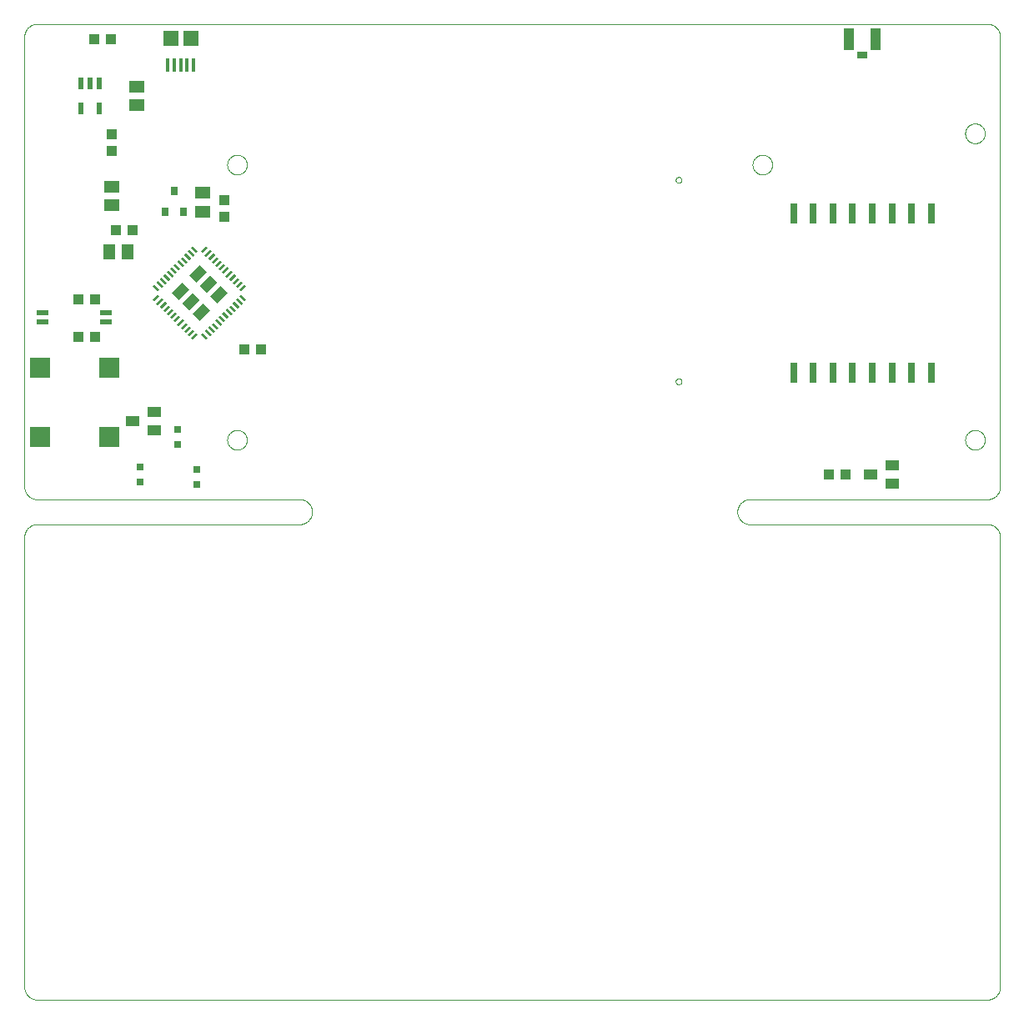
<source format=gtp>
G75*
%MOIN*%
%OFA0B0*%
%FSLAX25Y25*%
%IPPOS*%
%LPD*%
%AMOC8*
5,1,8,0,0,1.08239X$1,22.5*
%
%ADD10C,0.00000*%
%ADD11R,0.05906X0.06102*%
%ADD12R,0.01575X0.05315*%
%ADD13R,0.03150X0.03150*%
%ADD14R,0.05906X0.04882*%
%ADD15R,0.03937X0.04232*%
%ADD16R,0.02165X0.04724*%
%ADD17R,0.04232X0.03937*%
%ADD18R,0.02953X0.00984*%
%ADD19R,0.03937X0.05906*%
%ADD20R,0.04882X0.05906*%
%ADD21R,0.03150X0.07874*%
%ADD22R,0.04134X0.08661*%
%ADD23R,0.03937X0.03150*%
%ADD24R,0.05118X0.02362*%
%ADD25R,0.05512X0.03937*%
%ADD26R,0.08071X0.08071*%
%ADD27R,0.03150X0.03543*%
D10*
X0006400Y0003787D02*
X0386400Y0003787D01*
X0386540Y0003789D01*
X0386680Y0003795D01*
X0386820Y0003805D01*
X0386960Y0003818D01*
X0387099Y0003836D01*
X0387238Y0003858D01*
X0387375Y0003883D01*
X0387513Y0003912D01*
X0387649Y0003945D01*
X0387784Y0003982D01*
X0387918Y0004023D01*
X0388051Y0004068D01*
X0388183Y0004116D01*
X0388313Y0004168D01*
X0388442Y0004223D01*
X0388569Y0004282D01*
X0388695Y0004345D01*
X0388819Y0004411D01*
X0388940Y0004480D01*
X0389060Y0004553D01*
X0389178Y0004630D01*
X0389293Y0004709D01*
X0389407Y0004792D01*
X0389517Y0004878D01*
X0389626Y0004967D01*
X0389732Y0005059D01*
X0389835Y0005154D01*
X0389936Y0005251D01*
X0390033Y0005352D01*
X0390128Y0005455D01*
X0390220Y0005561D01*
X0390309Y0005670D01*
X0390395Y0005780D01*
X0390478Y0005894D01*
X0390557Y0006009D01*
X0390634Y0006127D01*
X0390707Y0006247D01*
X0390776Y0006368D01*
X0390842Y0006492D01*
X0390905Y0006618D01*
X0390964Y0006745D01*
X0391019Y0006874D01*
X0391071Y0007004D01*
X0391119Y0007136D01*
X0391164Y0007269D01*
X0391205Y0007403D01*
X0391242Y0007538D01*
X0391275Y0007674D01*
X0391304Y0007812D01*
X0391329Y0007949D01*
X0391351Y0008088D01*
X0391369Y0008227D01*
X0391382Y0008367D01*
X0391392Y0008507D01*
X0391398Y0008647D01*
X0391400Y0008787D01*
X0391400Y0188787D01*
X0391398Y0188927D01*
X0391392Y0189067D01*
X0391382Y0189207D01*
X0391369Y0189347D01*
X0391351Y0189486D01*
X0391329Y0189625D01*
X0391304Y0189762D01*
X0391275Y0189900D01*
X0391242Y0190036D01*
X0391205Y0190171D01*
X0391164Y0190305D01*
X0391119Y0190438D01*
X0391071Y0190570D01*
X0391019Y0190700D01*
X0390964Y0190829D01*
X0390905Y0190956D01*
X0390842Y0191082D01*
X0390776Y0191206D01*
X0390707Y0191327D01*
X0390634Y0191447D01*
X0390557Y0191565D01*
X0390478Y0191680D01*
X0390395Y0191794D01*
X0390309Y0191904D01*
X0390220Y0192013D01*
X0390128Y0192119D01*
X0390033Y0192222D01*
X0389936Y0192323D01*
X0389835Y0192420D01*
X0389732Y0192515D01*
X0389626Y0192607D01*
X0389517Y0192696D01*
X0389407Y0192782D01*
X0389293Y0192865D01*
X0389178Y0192944D01*
X0389060Y0193021D01*
X0388940Y0193094D01*
X0388819Y0193163D01*
X0388695Y0193229D01*
X0388569Y0193292D01*
X0388442Y0193351D01*
X0388313Y0193406D01*
X0388183Y0193458D01*
X0388051Y0193506D01*
X0387918Y0193551D01*
X0387784Y0193592D01*
X0387649Y0193629D01*
X0387513Y0193662D01*
X0387375Y0193691D01*
X0387238Y0193716D01*
X0387099Y0193738D01*
X0386960Y0193756D01*
X0386820Y0193769D01*
X0386680Y0193779D01*
X0386540Y0193785D01*
X0386400Y0193787D01*
X0291400Y0193787D01*
X0291260Y0193789D01*
X0291120Y0193795D01*
X0290980Y0193805D01*
X0290840Y0193818D01*
X0290701Y0193836D01*
X0290562Y0193858D01*
X0290425Y0193883D01*
X0290287Y0193912D01*
X0290151Y0193945D01*
X0290016Y0193982D01*
X0289882Y0194023D01*
X0289749Y0194068D01*
X0289617Y0194116D01*
X0289487Y0194168D01*
X0289358Y0194223D01*
X0289231Y0194282D01*
X0289105Y0194345D01*
X0288981Y0194411D01*
X0288860Y0194480D01*
X0288740Y0194553D01*
X0288622Y0194630D01*
X0288507Y0194709D01*
X0288393Y0194792D01*
X0288283Y0194878D01*
X0288174Y0194967D01*
X0288068Y0195059D01*
X0287965Y0195154D01*
X0287864Y0195251D01*
X0287767Y0195352D01*
X0287672Y0195455D01*
X0287580Y0195561D01*
X0287491Y0195670D01*
X0287405Y0195780D01*
X0287322Y0195894D01*
X0287243Y0196009D01*
X0287166Y0196127D01*
X0287093Y0196247D01*
X0287024Y0196368D01*
X0286958Y0196492D01*
X0286895Y0196618D01*
X0286836Y0196745D01*
X0286781Y0196874D01*
X0286729Y0197004D01*
X0286681Y0197136D01*
X0286636Y0197269D01*
X0286595Y0197403D01*
X0286558Y0197538D01*
X0286525Y0197674D01*
X0286496Y0197812D01*
X0286471Y0197949D01*
X0286449Y0198088D01*
X0286431Y0198227D01*
X0286418Y0198367D01*
X0286408Y0198507D01*
X0286402Y0198647D01*
X0286400Y0198787D01*
X0286402Y0198927D01*
X0286408Y0199067D01*
X0286418Y0199207D01*
X0286431Y0199347D01*
X0286449Y0199486D01*
X0286471Y0199625D01*
X0286496Y0199762D01*
X0286525Y0199900D01*
X0286558Y0200036D01*
X0286595Y0200171D01*
X0286636Y0200305D01*
X0286681Y0200438D01*
X0286729Y0200570D01*
X0286781Y0200700D01*
X0286836Y0200829D01*
X0286895Y0200956D01*
X0286958Y0201082D01*
X0287024Y0201206D01*
X0287093Y0201327D01*
X0287166Y0201447D01*
X0287243Y0201565D01*
X0287322Y0201680D01*
X0287405Y0201794D01*
X0287491Y0201904D01*
X0287580Y0202013D01*
X0287672Y0202119D01*
X0287767Y0202222D01*
X0287864Y0202323D01*
X0287965Y0202420D01*
X0288068Y0202515D01*
X0288174Y0202607D01*
X0288283Y0202696D01*
X0288393Y0202782D01*
X0288507Y0202865D01*
X0288622Y0202944D01*
X0288740Y0203021D01*
X0288860Y0203094D01*
X0288981Y0203163D01*
X0289105Y0203229D01*
X0289231Y0203292D01*
X0289358Y0203351D01*
X0289487Y0203406D01*
X0289617Y0203458D01*
X0289749Y0203506D01*
X0289882Y0203551D01*
X0290016Y0203592D01*
X0290151Y0203629D01*
X0290287Y0203662D01*
X0290425Y0203691D01*
X0290562Y0203716D01*
X0290701Y0203738D01*
X0290840Y0203756D01*
X0290980Y0203769D01*
X0291120Y0203779D01*
X0291260Y0203785D01*
X0291400Y0203787D01*
X0386400Y0203787D01*
X0386540Y0203789D01*
X0386680Y0203795D01*
X0386820Y0203805D01*
X0386960Y0203818D01*
X0387099Y0203836D01*
X0387238Y0203858D01*
X0387375Y0203883D01*
X0387513Y0203912D01*
X0387649Y0203945D01*
X0387784Y0203982D01*
X0387918Y0204023D01*
X0388051Y0204068D01*
X0388183Y0204116D01*
X0388313Y0204168D01*
X0388442Y0204223D01*
X0388569Y0204282D01*
X0388695Y0204345D01*
X0388819Y0204411D01*
X0388940Y0204480D01*
X0389060Y0204553D01*
X0389178Y0204630D01*
X0389293Y0204709D01*
X0389407Y0204792D01*
X0389517Y0204878D01*
X0389626Y0204967D01*
X0389732Y0205059D01*
X0389835Y0205154D01*
X0389936Y0205251D01*
X0390033Y0205352D01*
X0390128Y0205455D01*
X0390220Y0205561D01*
X0390309Y0205670D01*
X0390395Y0205780D01*
X0390478Y0205894D01*
X0390557Y0206009D01*
X0390634Y0206127D01*
X0390707Y0206247D01*
X0390776Y0206368D01*
X0390842Y0206492D01*
X0390905Y0206618D01*
X0390964Y0206745D01*
X0391019Y0206874D01*
X0391071Y0207004D01*
X0391119Y0207136D01*
X0391164Y0207269D01*
X0391205Y0207403D01*
X0391242Y0207538D01*
X0391275Y0207674D01*
X0391304Y0207812D01*
X0391329Y0207949D01*
X0391351Y0208088D01*
X0391369Y0208227D01*
X0391382Y0208367D01*
X0391392Y0208507D01*
X0391398Y0208647D01*
X0391400Y0208787D01*
X0391400Y0388787D01*
X0391398Y0388927D01*
X0391392Y0389067D01*
X0391382Y0389207D01*
X0391369Y0389347D01*
X0391351Y0389486D01*
X0391329Y0389625D01*
X0391304Y0389762D01*
X0391275Y0389900D01*
X0391242Y0390036D01*
X0391205Y0390171D01*
X0391164Y0390305D01*
X0391119Y0390438D01*
X0391071Y0390570D01*
X0391019Y0390700D01*
X0390964Y0390829D01*
X0390905Y0390956D01*
X0390842Y0391082D01*
X0390776Y0391206D01*
X0390707Y0391327D01*
X0390634Y0391447D01*
X0390557Y0391565D01*
X0390478Y0391680D01*
X0390395Y0391794D01*
X0390309Y0391904D01*
X0390220Y0392013D01*
X0390128Y0392119D01*
X0390033Y0392222D01*
X0389936Y0392323D01*
X0389835Y0392420D01*
X0389732Y0392515D01*
X0389626Y0392607D01*
X0389517Y0392696D01*
X0389407Y0392782D01*
X0389293Y0392865D01*
X0389178Y0392944D01*
X0389060Y0393021D01*
X0388940Y0393094D01*
X0388819Y0393163D01*
X0388695Y0393229D01*
X0388569Y0393292D01*
X0388442Y0393351D01*
X0388313Y0393406D01*
X0388183Y0393458D01*
X0388051Y0393506D01*
X0387918Y0393551D01*
X0387784Y0393592D01*
X0387649Y0393629D01*
X0387513Y0393662D01*
X0387375Y0393691D01*
X0387238Y0393716D01*
X0387099Y0393738D01*
X0386960Y0393756D01*
X0386820Y0393769D01*
X0386680Y0393779D01*
X0386540Y0393785D01*
X0386400Y0393787D01*
X0006400Y0393787D01*
X0006260Y0393785D01*
X0006120Y0393779D01*
X0005980Y0393769D01*
X0005840Y0393756D01*
X0005701Y0393738D01*
X0005562Y0393716D01*
X0005425Y0393691D01*
X0005287Y0393662D01*
X0005151Y0393629D01*
X0005016Y0393592D01*
X0004882Y0393551D01*
X0004749Y0393506D01*
X0004617Y0393458D01*
X0004487Y0393406D01*
X0004358Y0393351D01*
X0004231Y0393292D01*
X0004105Y0393229D01*
X0003981Y0393163D01*
X0003860Y0393094D01*
X0003740Y0393021D01*
X0003622Y0392944D01*
X0003507Y0392865D01*
X0003393Y0392782D01*
X0003283Y0392696D01*
X0003174Y0392607D01*
X0003068Y0392515D01*
X0002965Y0392420D01*
X0002864Y0392323D01*
X0002767Y0392222D01*
X0002672Y0392119D01*
X0002580Y0392013D01*
X0002491Y0391904D01*
X0002405Y0391794D01*
X0002322Y0391680D01*
X0002243Y0391565D01*
X0002166Y0391447D01*
X0002093Y0391327D01*
X0002024Y0391206D01*
X0001958Y0391082D01*
X0001895Y0390956D01*
X0001836Y0390829D01*
X0001781Y0390700D01*
X0001729Y0390570D01*
X0001681Y0390438D01*
X0001636Y0390305D01*
X0001595Y0390171D01*
X0001558Y0390036D01*
X0001525Y0389900D01*
X0001496Y0389762D01*
X0001471Y0389625D01*
X0001449Y0389486D01*
X0001431Y0389347D01*
X0001418Y0389207D01*
X0001408Y0389067D01*
X0001402Y0388927D01*
X0001400Y0388787D01*
X0001400Y0208787D01*
X0001402Y0208647D01*
X0001408Y0208507D01*
X0001418Y0208367D01*
X0001431Y0208227D01*
X0001449Y0208088D01*
X0001471Y0207949D01*
X0001496Y0207812D01*
X0001525Y0207674D01*
X0001558Y0207538D01*
X0001595Y0207403D01*
X0001636Y0207269D01*
X0001681Y0207136D01*
X0001729Y0207004D01*
X0001781Y0206874D01*
X0001836Y0206745D01*
X0001895Y0206618D01*
X0001958Y0206492D01*
X0002024Y0206368D01*
X0002093Y0206247D01*
X0002166Y0206127D01*
X0002243Y0206009D01*
X0002322Y0205894D01*
X0002405Y0205780D01*
X0002491Y0205670D01*
X0002580Y0205561D01*
X0002672Y0205455D01*
X0002767Y0205352D01*
X0002864Y0205251D01*
X0002965Y0205154D01*
X0003068Y0205059D01*
X0003174Y0204967D01*
X0003283Y0204878D01*
X0003393Y0204792D01*
X0003507Y0204709D01*
X0003622Y0204630D01*
X0003740Y0204553D01*
X0003860Y0204480D01*
X0003981Y0204411D01*
X0004105Y0204345D01*
X0004231Y0204282D01*
X0004358Y0204223D01*
X0004487Y0204168D01*
X0004617Y0204116D01*
X0004749Y0204068D01*
X0004882Y0204023D01*
X0005016Y0203982D01*
X0005151Y0203945D01*
X0005287Y0203912D01*
X0005425Y0203883D01*
X0005562Y0203858D01*
X0005701Y0203836D01*
X0005840Y0203818D01*
X0005980Y0203805D01*
X0006120Y0203795D01*
X0006260Y0203789D01*
X0006400Y0203787D01*
X0111400Y0203787D01*
X0111540Y0203785D01*
X0111680Y0203779D01*
X0111820Y0203769D01*
X0111960Y0203756D01*
X0112099Y0203738D01*
X0112238Y0203716D01*
X0112375Y0203691D01*
X0112513Y0203662D01*
X0112649Y0203629D01*
X0112784Y0203592D01*
X0112918Y0203551D01*
X0113051Y0203506D01*
X0113183Y0203458D01*
X0113313Y0203406D01*
X0113442Y0203351D01*
X0113569Y0203292D01*
X0113695Y0203229D01*
X0113819Y0203163D01*
X0113940Y0203094D01*
X0114060Y0203021D01*
X0114178Y0202944D01*
X0114293Y0202865D01*
X0114407Y0202782D01*
X0114517Y0202696D01*
X0114626Y0202607D01*
X0114732Y0202515D01*
X0114835Y0202420D01*
X0114936Y0202323D01*
X0115033Y0202222D01*
X0115128Y0202119D01*
X0115220Y0202013D01*
X0115309Y0201904D01*
X0115395Y0201794D01*
X0115478Y0201680D01*
X0115557Y0201565D01*
X0115634Y0201447D01*
X0115707Y0201327D01*
X0115776Y0201206D01*
X0115842Y0201082D01*
X0115905Y0200956D01*
X0115964Y0200829D01*
X0116019Y0200700D01*
X0116071Y0200570D01*
X0116119Y0200438D01*
X0116164Y0200305D01*
X0116205Y0200171D01*
X0116242Y0200036D01*
X0116275Y0199900D01*
X0116304Y0199762D01*
X0116329Y0199625D01*
X0116351Y0199486D01*
X0116369Y0199347D01*
X0116382Y0199207D01*
X0116392Y0199067D01*
X0116398Y0198927D01*
X0116400Y0198787D01*
X0116398Y0198647D01*
X0116392Y0198507D01*
X0116382Y0198367D01*
X0116369Y0198227D01*
X0116351Y0198088D01*
X0116329Y0197949D01*
X0116304Y0197812D01*
X0116275Y0197674D01*
X0116242Y0197538D01*
X0116205Y0197403D01*
X0116164Y0197269D01*
X0116119Y0197136D01*
X0116071Y0197004D01*
X0116019Y0196874D01*
X0115964Y0196745D01*
X0115905Y0196618D01*
X0115842Y0196492D01*
X0115776Y0196368D01*
X0115707Y0196247D01*
X0115634Y0196127D01*
X0115557Y0196009D01*
X0115478Y0195894D01*
X0115395Y0195780D01*
X0115309Y0195670D01*
X0115220Y0195561D01*
X0115128Y0195455D01*
X0115033Y0195352D01*
X0114936Y0195251D01*
X0114835Y0195154D01*
X0114732Y0195059D01*
X0114626Y0194967D01*
X0114517Y0194878D01*
X0114407Y0194792D01*
X0114293Y0194709D01*
X0114178Y0194630D01*
X0114060Y0194553D01*
X0113940Y0194480D01*
X0113819Y0194411D01*
X0113695Y0194345D01*
X0113569Y0194282D01*
X0113442Y0194223D01*
X0113313Y0194168D01*
X0113183Y0194116D01*
X0113051Y0194068D01*
X0112918Y0194023D01*
X0112784Y0193982D01*
X0112649Y0193945D01*
X0112513Y0193912D01*
X0112375Y0193883D01*
X0112238Y0193858D01*
X0112099Y0193836D01*
X0111960Y0193818D01*
X0111820Y0193805D01*
X0111680Y0193795D01*
X0111540Y0193789D01*
X0111400Y0193787D01*
X0006400Y0193787D01*
X0006260Y0193785D01*
X0006120Y0193779D01*
X0005980Y0193769D01*
X0005840Y0193756D01*
X0005701Y0193738D01*
X0005562Y0193716D01*
X0005425Y0193691D01*
X0005287Y0193662D01*
X0005151Y0193629D01*
X0005016Y0193592D01*
X0004882Y0193551D01*
X0004749Y0193506D01*
X0004617Y0193458D01*
X0004487Y0193406D01*
X0004358Y0193351D01*
X0004231Y0193292D01*
X0004105Y0193229D01*
X0003981Y0193163D01*
X0003860Y0193094D01*
X0003740Y0193021D01*
X0003622Y0192944D01*
X0003507Y0192865D01*
X0003393Y0192782D01*
X0003283Y0192696D01*
X0003174Y0192607D01*
X0003068Y0192515D01*
X0002965Y0192420D01*
X0002864Y0192323D01*
X0002767Y0192222D01*
X0002672Y0192119D01*
X0002580Y0192013D01*
X0002491Y0191904D01*
X0002405Y0191794D01*
X0002322Y0191680D01*
X0002243Y0191565D01*
X0002166Y0191447D01*
X0002093Y0191327D01*
X0002024Y0191206D01*
X0001958Y0191082D01*
X0001895Y0190956D01*
X0001836Y0190829D01*
X0001781Y0190700D01*
X0001729Y0190570D01*
X0001681Y0190438D01*
X0001636Y0190305D01*
X0001595Y0190171D01*
X0001558Y0190036D01*
X0001525Y0189900D01*
X0001496Y0189762D01*
X0001471Y0189625D01*
X0001449Y0189486D01*
X0001431Y0189347D01*
X0001418Y0189207D01*
X0001408Y0189067D01*
X0001402Y0188927D01*
X0001400Y0188787D01*
X0001400Y0008787D01*
X0001402Y0008647D01*
X0001408Y0008507D01*
X0001418Y0008367D01*
X0001431Y0008227D01*
X0001449Y0008088D01*
X0001471Y0007949D01*
X0001496Y0007812D01*
X0001525Y0007674D01*
X0001558Y0007538D01*
X0001595Y0007403D01*
X0001636Y0007269D01*
X0001681Y0007136D01*
X0001729Y0007004D01*
X0001781Y0006874D01*
X0001836Y0006745D01*
X0001895Y0006618D01*
X0001958Y0006492D01*
X0002024Y0006368D01*
X0002093Y0006247D01*
X0002166Y0006127D01*
X0002243Y0006009D01*
X0002322Y0005894D01*
X0002405Y0005780D01*
X0002491Y0005670D01*
X0002580Y0005561D01*
X0002672Y0005455D01*
X0002767Y0005352D01*
X0002864Y0005251D01*
X0002965Y0005154D01*
X0003068Y0005059D01*
X0003174Y0004967D01*
X0003283Y0004878D01*
X0003393Y0004792D01*
X0003507Y0004709D01*
X0003622Y0004630D01*
X0003740Y0004553D01*
X0003860Y0004480D01*
X0003981Y0004411D01*
X0004105Y0004345D01*
X0004231Y0004282D01*
X0004358Y0004223D01*
X0004487Y0004168D01*
X0004617Y0004116D01*
X0004749Y0004068D01*
X0004882Y0004023D01*
X0005016Y0003982D01*
X0005151Y0003945D01*
X0005287Y0003912D01*
X0005425Y0003883D01*
X0005562Y0003858D01*
X0005701Y0003836D01*
X0005840Y0003818D01*
X0005980Y0003805D01*
X0006120Y0003795D01*
X0006260Y0003789D01*
X0006400Y0003787D01*
X0082463Y0227537D02*
X0082465Y0227662D01*
X0082471Y0227787D01*
X0082481Y0227911D01*
X0082495Y0228035D01*
X0082512Y0228159D01*
X0082534Y0228282D01*
X0082560Y0228404D01*
X0082589Y0228526D01*
X0082622Y0228646D01*
X0082660Y0228765D01*
X0082700Y0228884D01*
X0082745Y0229000D01*
X0082793Y0229115D01*
X0082845Y0229229D01*
X0082901Y0229341D01*
X0082960Y0229451D01*
X0083022Y0229559D01*
X0083088Y0229666D01*
X0083157Y0229770D01*
X0083230Y0229871D01*
X0083305Y0229971D01*
X0083384Y0230068D01*
X0083466Y0230162D01*
X0083551Y0230254D01*
X0083638Y0230343D01*
X0083729Y0230429D01*
X0083822Y0230512D01*
X0083918Y0230593D01*
X0084016Y0230670D01*
X0084116Y0230744D01*
X0084219Y0230815D01*
X0084324Y0230882D01*
X0084432Y0230947D01*
X0084541Y0231007D01*
X0084652Y0231065D01*
X0084765Y0231118D01*
X0084879Y0231168D01*
X0084995Y0231215D01*
X0085112Y0231257D01*
X0085231Y0231296D01*
X0085351Y0231332D01*
X0085472Y0231363D01*
X0085594Y0231391D01*
X0085716Y0231414D01*
X0085840Y0231434D01*
X0085964Y0231450D01*
X0086088Y0231462D01*
X0086213Y0231470D01*
X0086338Y0231474D01*
X0086462Y0231474D01*
X0086587Y0231470D01*
X0086712Y0231462D01*
X0086836Y0231450D01*
X0086960Y0231434D01*
X0087084Y0231414D01*
X0087206Y0231391D01*
X0087328Y0231363D01*
X0087449Y0231332D01*
X0087569Y0231296D01*
X0087688Y0231257D01*
X0087805Y0231215D01*
X0087921Y0231168D01*
X0088035Y0231118D01*
X0088148Y0231065D01*
X0088259Y0231007D01*
X0088369Y0230947D01*
X0088476Y0230882D01*
X0088581Y0230815D01*
X0088684Y0230744D01*
X0088784Y0230670D01*
X0088882Y0230593D01*
X0088978Y0230512D01*
X0089071Y0230429D01*
X0089162Y0230343D01*
X0089249Y0230254D01*
X0089334Y0230162D01*
X0089416Y0230068D01*
X0089495Y0229971D01*
X0089570Y0229871D01*
X0089643Y0229770D01*
X0089712Y0229666D01*
X0089778Y0229559D01*
X0089840Y0229451D01*
X0089899Y0229341D01*
X0089955Y0229229D01*
X0090007Y0229115D01*
X0090055Y0229000D01*
X0090100Y0228884D01*
X0090140Y0228765D01*
X0090178Y0228646D01*
X0090211Y0228526D01*
X0090240Y0228404D01*
X0090266Y0228282D01*
X0090288Y0228159D01*
X0090305Y0228035D01*
X0090319Y0227911D01*
X0090329Y0227787D01*
X0090335Y0227662D01*
X0090337Y0227537D01*
X0090335Y0227412D01*
X0090329Y0227287D01*
X0090319Y0227163D01*
X0090305Y0227039D01*
X0090288Y0226915D01*
X0090266Y0226792D01*
X0090240Y0226670D01*
X0090211Y0226548D01*
X0090178Y0226428D01*
X0090140Y0226309D01*
X0090100Y0226190D01*
X0090055Y0226074D01*
X0090007Y0225959D01*
X0089955Y0225845D01*
X0089899Y0225733D01*
X0089840Y0225623D01*
X0089778Y0225515D01*
X0089712Y0225408D01*
X0089643Y0225304D01*
X0089570Y0225203D01*
X0089495Y0225103D01*
X0089416Y0225006D01*
X0089334Y0224912D01*
X0089249Y0224820D01*
X0089162Y0224731D01*
X0089071Y0224645D01*
X0088978Y0224562D01*
X0088882Y0224481D01*
X0088784Y0224404D01*
X0088684Y0224330D01*
X0088581Y0224259D01*
X0088476Y0224192D01*
X0088368Y0224127D01*
X0088259Y0224067D01*
X0088148Y0224009D01*
X0088035Y0223956D01*
X0087921Y0223906D01*
X0087805Y0223859D01*
X0087688Y0223817D01*
X0087569Y0223778D01*
X0087449Y0223742D01*
X0087328Y0223711D01*
X0087206Y0223683D01*
X0087084Y0223660D01*
X0086960Y0223640D01*
X0086836Y0223624D01*
X0086712Y0223612D01*
X0086587Y0223604D01*
X0086462Y0223600D01*
X0086338Y0223600D01*
X0086213Y0223604D01*
X0086088Y0223612D01*
X0085964Y0223624D01*
X0085840Y0223640D01*
X0085716Y0223660D01*
X0085594Y0223683D01*
X0085472Y0223711D01*
X0085351Y0223742D01*
X0085231Y0223778D01*
X0085112Y0223817D01*
X0084995Y0223859D01*
X0084879Y0223906D01*
X0084765Y0223956D01*
X0084652Y0224009D01*
X0084541Y0224067D01*
X0084431Y0224127D01*
X0084324Y0224192D01*
X0084219Y0224259D01*
X0084116Y0224330D01*
X0084016Y0224404D01*
X0083918Y0224481D01*
X0083822Y0224562D01*
X0083729Y0224645D01*
X0083638Y0224731D01*
X0083551Y0224820D01*
X0083466Y0224912D01*
X0083384Y0225006D01*
X0083305Y0225103D01*
X0083230Y0225203D01*
X0083157Y0225304D01*
X0083088Y0225408D01*
X0083022Y0225515D01*
X0082960Y0225623D01*
X0082901Y0225733D01*
X0082845Y0225845D01*
X0082793Y0225959D01*
X0082745Y0226074D01*
X0082700Y0226190D01*
X0082660Y0226309D01*
X0082622Y0226428D01*
X0082589Y0226548D01*
X0082560Y0226670D01*
X0082534Y0226792D01*
X0082512Y0226915D01*
X0082495Y0227039D01*
X0082481Y0227163D01*
X0082471Y0227287D01*
X0082465Y0227412D01*
X0082463Y0227537D01*
X0082463Y0337537D02*
X0082465Y0337662D01*
X0082471Y0337787D01*
X0082481Y0337911D01*
X0082495Y0338035D01*
X0082512Y0338159D01*
X0082534Y0338282D01*
X0082560Y0338404D01*
X0082589Y0338526D01*
X0082622Y0338646D01*
X0082660Y0338765D01*
X0082700Y0338884D01*
X0082745Y0339000D01*
X0082793Y0339115D01*
X0082845Y0339229D01*
X0082901Y0339341D01*
X0082960Y0339451D01*
X0083022Y0339559D01*
X0083088Y0339666D01*
X0083157Y0339770D01*
X0083230Y0339871D01*
X0083305Y0339971D01*
X0083384Y0340068D01*
X0083466Y0340162D01*
X0083551Y0340254D01*
X0083638Y0340343D01*
X0083729Y0340429D01*
X0083822Y0340512D01*
X0083918Y0340593D01*
X0084016Y0340670D01*
X0084116Y0340744D01*
X0084219Y0340815D01*
X0084324Y0340882D01*
X0084432Y0340947D01*
X0084541Y0341007D01*
X0084652Y0341065D01*
X0084765Y0341118D01*
X0084879Y0341168D01*
X0084995Y0341215D01*
X0085112Y0341257D01*
X0085231Y0341296D01*
X0085351Y0341332D01*
X0085472Y0341363D01*
X0085594Y0341391D01*
X0085716Y0341414D01*
X0085840Y0341434D01*
X0085964Y0341450D01*
X0086088Y0341462D01*
X0086213Y0341470D01*
X0086338Y0341474D01*
X0086462Y0341474D01*
X0086587Y0341470D01*
X0086712Y0341462D01*
X0086836Y0341450D01*
X0086960Y0341434D01*
X0087084Y0341414D01*
X0087206Y0341391D01*
X0087328Y0341363D01*
X0087449Y0341332D01*
X0087569Y0341296D01*
X0087688Y0341257D01*
X0087805Y0341215D01*
X0087921Y0341168D01*
X0088035Y0341118D01*
X0088148Y0341065D01*
X0088259Y0341007D01*
X0088369Y0340947D01*
X0088476Y0340882D01*
X0088581Y0340815D01*
X0088684Y0340744D01*
X0088784Y0340670D01*
X0088882Y0340593D01*
X0088978Y0340512D01*
X0089071Y0340429D01*
X0089162Y0340343D01*
X0089249Y0340254D01*
X0089334Y0340162D01*
X0089416Y0340068D01*
X0089495Y0339971D01*
X0089570Y0339871D01*
X0089643Y0339770D01*
X0089712Y0339666D01*
X0089778Y0339559D01*
X0089840Y0339451D01*
X0089899Y0339341D01*
X0089955Y0339229D01*
X0090007Y0339115D01*
X0090055Y0339000D01*
X0090100Y0338884D01*
X0090140Y0338765D01*
X0090178Y0338646D01*
X0090211Y0338526D01*
X0090240Y0338404D01*
X0090266Y0338282D01*
X0090288Y0338159D01*
X0090305Y0338035D01*
X0090319Y0337911D01*
X0090329Y0337787D01*
X0090335Y0337662D01*
X0090337Y0337537D01*
X0090335Y0337412D01*
X0090329Y0337287D01*
X0090319Y0337163D01*
X0090305Y0337039D01*
X0090288Y0336915D01*
X0090266Y0336792D01*
X0090240Y0336670D01*
X0090211Y0336548D01*
X0090178Y0336428D01*
X0090140Y0336309D01*
X0090100Y0336190D01*
X0090055Y0336074D01*
X0090007Y0335959D01*
X0089955Y0335845D01*
X0089899Y0335733D01*
X0089840Y0335623D01*
X0089778Y0335515D01*
X0089712Y0335408D01*
X0089643Y0335304D01*
X0089570Y0335203D01*
X0089495Y0335103D01*
X0089416Y0335006D01*
X0089334Y0334912D01*
X0089249Y0334820D01*
X0089162Y0334731D01*
X0089071Y0334645D01*
X0088978Y0334562D01*
X0088882Y0334481D01*
X0088784Y0334404D01*
X0088684Y0334330D01*
X0088581Y0334259D01*
X0088476Y0334192D01*
X0088368Y0334127D01*
X0088259Y0334067D01*
X0088148Y0334009D01*
X0088035Y0333956D01*
X0087921Y0333906D01*
X0087805Y0333859D01*
X0087688Y0333817D01*
X0087569Y0333778D01*
X0087449Y0333742D01*
X0087328Y0333711D01*
X0087206Y0333683D01*
X0087084Y0333660D01*
X0086960Y0333640D01*
X0086836Y0333624D01*
X0086712Y0333612D01*
X0086587Y0333604D01*
X0086462Y0333600D01*
X0086338Y0333600D01*
X0086213Y0333604D01*
X0086088Y0333612D01*
X0085964Y0333624D01*
X0085840Y0333640D01*
X0085716Y0333660D01*
X0085594Y0333683D01*
X0085472Y0333711D01*
X0085351Y0333742D01*
X0085231Y0333778D01*
X0085112Y0333817D01*
X0084995Y0333859D01*
X0084879Y0333906D01*
X0084765Y0333956D01*
X0084652Y0334009D01*
X0084541Y0334067D01*
X0084431Y0334127D01*
X0084324Y0334192D01*
X0084219Y0334259D01*
X0084116Y0334330D01*
X0084016Y0334404D01*
X0083918Y0334481D01*
X0083822Y0334562D01*
X0083729Y0334645D01*
X0083638Y0334731D01*
X0083551Y0334820D01*
X0083466Y0334912D01*
X0083384Y0335006D01*
X0083305Y0335103D01*
X0083230Y0335203D01*
X0083157Y0335304D01*
X0083088Y0335408D01*
X0083022Y0335515D01*
X0082960Y0335623D01*
X0082901Y0335733D01*
X0082845Y0335845D01*
X0082793Y0335959D01*
X0082745Y0336074D01*
X0082700Y0336190D01*
X0082660Y0336309D01*
X0082622Y0336428D01*
X0082589Y0336548D01*
X0082560Y0336670D01*
X0082534Y0336792D01*
X0082512Y0336915D01*
X0082495Y0337039D01*
X0082481Y0337163D01*
X0082471Y0337287D01*
X0082465Y0337412D01*
X0082463Y0337537D01*
X0261754Y0331406D02*
X0261756Y0331475D01*
X0261762Y0331543D01*
X0261772Y0331611D01*
X0261786Y0331678D01*
X0261804Y0331745D01*
X0261825Y0331810D01*
X0261851Y0331874D01*
X0261880Y0331936D01*
X0261912Y0331996D01*
X0261948Y0332055D01*
X0261988Y0332111D01*
X0262030Y0332165D01*
X0262076Y0332216D01*
X0262125Y0332265D01*
X0262176Y0332311D01*
X0262230Y0332353D01*
X0262286Y0332393D01*
X0262344Y0332429D01*
X0262405Y0332461D01*
X0262467Y0332490D01*
X0262531Y0332516D01*
X0262596Y0332537D01*
X0262663Y0332555D01*
X0262730Y0332569D01*
X0262798Y0332579D01*
X0262866Y0332585D01*
X0262935Y0332587D01*
X0263004Y0332585D01*
X0263072Y0332579D01*
X0263140Y0332569D01*
X0263207Y0332555D01*
X0263274Y0332537D01*
X0263339Y0332516D01*
X0263403Y0332490D01*
X0263465Y0332461D01*
X0263525Y0332429D01*
X0263584Y0332393D01*
X0263640Y0332353D01*
X0263694Y0332311D01*
X0263745Y0332265D01*
X0263794Y0332216D01*
X0263840Y0332165D01*
X0263882Y0332111D01*
X0263922Y0332055D01*
X0263958Y0331996D01*
X0263990Y0331936D01*
X0264019Y0331874D01*
X0264045Y0331810D01*
X0264066Y0331745D01*
X0264084Y0331678D01*
X0264098Y0331611D01*
X0264108Y0331543D01*
X0264114Y0331475D01*
X0264116Y0331406D01*
X0264114Y0331337D01*
X0264108Y0331269D01*
X0264098Y0331201D01*
X0264084Y0331134D01*
X0264066Y0331067D01*
X0264045Y0331002D01*
X0264019Y0330938D01*
X0263990Y0330876D01*
X0263958Y0330815D01*
X0263922Y0330757D01*
X0263882Y0330701D01*
X0263840Y0330647D01*
X0263794Y0330596D01*
X0263745Y0330547D01*
X0263694Y0330501D01*
X0263640Y0330459D01*
X0263584Y0330419D01*
X0263526Y0330383D01*
X0263465Y0330351D01*
X0263403Y0330322D01*
X0263339Y0330296D01*
X0263274Y0330275D01*
X0263207Y0330257D01*
X0263140Y0330243D01*
X0263072Y0330233D01*
X0263004Y0330227D01*
X0262935Y0330225D01*
X0262866Y0330227D01*
X0262798Y0330233D01*
X0262730Y0330243D01*
X0262663Y0330257D01*
X0262596Y0330275D01*
X0262531Y0330296D01*
X0262467Y0330322D01*
X0262405Y0330351D01*
X0262344Y0330383D01*
X0262286Y0330419D01*
X0262230Y0330459D01*
X0262176Y0330501D01*
X0262125Y0330547D01*
X0262076Y0330596D01*
X0262030Y0330647D01*
X0261988Y0330701D01*
X0261948Y0330757D01*
X0261912Y0330815D01*
X0261880Y0330876D01*
X0261851Y0330938D01*
X0261825Y0331002D01*
X0261804Y0331067D01*
X0261786Y0331134D01*
X0261772Y0331201D01*
X0261762Y0331269D01*
X0261756Y0331337D01*
X0261754Y0331406D01*
X0292463Y0337537D02*
X0292465Y0337662D01*
X0292471Y0337787D01*
X0292481Y0337911D01*
X0292495Y0338035D01*
X0292512Y0338159D01*
X0292534Y0338282D01*
X0292560Y0338404D01*
X0292589Y0338526D01*
X0292622Y0338646D01*
X0292660Y0338765D01*
X0292700Y0338884D01*
X0292745Y0339000D01*
X0292793Y0339115D01*
X0292845Y0339229D01*
X0292901Y0339341D01*
X0292960Y0339451D01*
X0293022Y0339559D01*
X0293088Y0339666D01*
X0293157Y0339770D01*
X0293230Y0339871D01*
X0293305Y0339971D01*
X0293384Y0340068D01*
X0293466Y0340162D01*
X0293551Y0340254D01*
X0293638Y0340343D01*
X0293729Y0340429D01*
X0293822Y0340512D01*
X0293918Y0340593D01*
X0294016Y0340670D01*
X0294116Y0340744D01*
X0294219Y0340815D01*
X0294324Y0340882D01*
X0294432Y0340947D01*
X0294541Y0341007D01*
X0294652Y0341065D01*
X0294765Y0341118D01*
X0294879Y0341168D01*
X0294995Y0341215D01*
X0295112Y0341257D01*
X0295231Y0341296D01*
X0295351Y0341332D01*
X0295472Y0341363D01*
X0295594Y0341391D01*
X0295716Y0341414D01*
X0295840Y0341434D01*
X0295964Y0341450D01*
X0296088Y0341462D01*
X0296213Y0341470D01*
X0296338Y0341474D01*
X0296462Y0341474D01*
X0296587Y0341470D01*
X0296712Y0341462D01*
X0296836Y0341450D01*
X0296960Y0341434D01*
X0297084Y0341414D01*
X0297206Y0341391D01*
X0297328Y0341363D01*
X0297449Y0341332D01*
X0297569Y0341296D01*
X0297688Y0341257D01*
X0297805Y0341215D01*
X0297921Y0341168D01*
X0298035Y0341118D01*
X0298148Y0341065D01*
X0298259Y0341007D01*
X0298369Y0340947D01*
X0298476Y0340882D01*
X0298581Y0340815D01*
X0298684Y0340744D01*
X0298784Y0340670D01*
X0298882Y0340593D01*
X0298978Y0340512D01*
X0299071Y0340429D01*
X0299162Y0340343D01*
X0299249Y0340254D01*
X0299334Y0340162D01*
X0299416Y0340068D01*
X0299495Y0339971D01*
X0299570Y0339871D01*
X0299643Y0339770D01*
X0299712Y0339666D01*
X0299778Y0339559D01*
X0299840Y0339451D01*
X0299899Y0339341D01*
X0299955Y0339229D01*
X0300007Y0339115D01*
X0300055Y0339000D01*
X0300100Y0338884D01*
X0300140Y0338765D01*
X0300178Y0338646D01*
X0300211Y0338526D01*
X0300240Y0338404D01*
X0300266Y0338282D01*
X0300288Y0338159D01*
X0300305Y0338035D01*
X0300319Y0337911D01*
X0300329Y0337787D01*
X0300335Y0337662D01*
X0300337Y0337537D01*
X0300335Y0337412D01*
X0300329Y0337287D01*
X0300319Y0337163D01*
X0300305Y0337039D01*
X0300288Y0336915D01*
X0300266Y0336792D01*
X0300240Y0336670D01*
X0300211Y0336548D01*
X0300178Y0336428D01*
X0300140Y0336309D01*
X0300100Y0336190D01*
X0300055Y0336074D01*
X0300007Y0335959D01*
X0299955Y0335845D01*
X0299899Y0335733D01*
X0299840Y0335623D01*
X0299778Y0335515D01*
X0299712Y0335408D01*
X0299643Y0335304D01*
X0299570Y0335203D01*
X0299495Y0335103D01*
X0299416Y0335006D01*
X0299334Y0334912D01*
X0299249Y0334820D01*
X0299162Y0334731D01*
X0299071Y0334645D01*
X0298978Y0334562D01*
X0298882Y0334481D01*
X0298784Y0334404D01*
X0298684Y0334330D01*
X0298581Y0334259D01*
X0298476Y0334192D01*
X0298368Y0334127D01*
X0298259Y0334067D01*
X0298148Y0334009D01*
X0298035Y0333956D01*
X0297921Y0333906D01*
X0297805Y0333859D01*
X0297688Y0333817D01*
X0297569Y0333778D01*
X0297449Y0333742D01*
X0297328Y0333711D01*
X0297206Y0333683D01*
X0297084Y0333660D01*
X0296960Y0333640D01*
X0296836Y0333624D01*
X0296712Y0333612D01*
X0296587Y0333604D01*
X0296462Y0333600D01*
X0296338Y0333600D01*
X0296213Y0333604D01*
X0296088Y0333612D01*
X0295964Y0333624D01*
X0295840Y0333640D01*
X0295716Y0333660D01*
X0295594Y0333683D01*
X0295472Y0333711D01*
X0295351Y0333742D01*
X0295231Y0333778D01*
X0295112Y0333817D01*
X0294995Y0333859D01*
X0294879Y0333906D01*
X0294765Y0333956D01*
X0294652Y0334009D01*
X0294541Y0334067D01*
X0294431Y0334127D01*
X0294324Y0334192D01*
X0294219Y0334259D01*
X0294116Y0334330D01*
X0294016Y0334404D01*
X0293918Y0334481D01*
X0293822Y0334562D01*
X0293729Y0334645D01*
X0293638Y0334731D01*
X0293551Y0334820D01*
X0293466Y0334912D01*
X0293384Y0335006D01*
X0293305Y0335103D01*
X0293230Y0335203D01*
X0293157Y0335304D01*
X0293088Y0335408D01*
X0293022Y0335515D01*
X0292960Y0335623D01*
X0292901Y0335733D01*
X0292845Y0335845D01*
X0292793Y0335959D01*
X0292745Y0336074D01*
X0292700Y0336190D01*
X0292660Y0336309D01*
X0292622Y0336428D01*
X0292589Y0336548D01*
X0292560Y0336670D01*
X0292534Y0336792D01*
X0292512Y0336915D01*
X0292495Y0337039D01*
X0292481Y0337163D01*
X0292471Y0337287D01*
X0292465Y0337412D01*
X0292463Y0337537D01*
X0261754Y0250894D02*
X0261756Y0250963D01*
X0261762Y0251031D01*
X0261772Y0251099D01*
X0261786Y0251166D01*
X0261804Y0251233D01*
X0261825Y0251298D01*
X0261851Y0251362D01*
X0261880Y0251424D01*
X0261912Y0251484D01*
X0261948Y0251543D01*
X0261988Y0251599D01*
X0262030Y0251653D01*
X0262076Y0251704D01*
X0262125Y0251753D01*
X0262176Y0251799D01*
X0262230Y0251841D01*
X0262286Y0251881D01*
X0262344Y0251917D01*
X0262405Y0251949D01*
X0262467Y0251978D01*
X0262531Y0252004D01*
X0262596Y0252025D01*
X0262663Y0252043D01*
X0262730Y0252057D01*
X0262798Y0252067D01*
X0262866Y0252073D01*
X0262935Y0252075D01*
X0263004Y0252073D01*
X0263072Y0252067D01*
X0263140Y0252057D01*
X0263207Y0252043D01*
X0263274Y0252025D01*
X0263339Y0252004D01*
X0263403Y0251978D01*
X0263465Y0251949D01*
X0263525Y0251917D01*
X0263584Y0251881D01*
X0263640Y0251841D01*
X0263694Y0251799D01*
X0263745Y0251753D01*
X0263794Y0251704D01*
X0263840Y0251653D01*
X0263882Y0251599D01*
X0263922Y0251543D01*
X0263958Y0251484D01*
X0263990Y0251424D01*
X0264019Y0251362D01*
X0264045Y0251298D01*
X0264066Y0251233D01*
X0264084Y0251166D01*
X0264098Y0251099D01*
X0264108Y0251031D01*
X0264114Y0250963D01*
X0264116Y0250894D01*
X0264114Y0250825D01*
X0264108Y0250757D01*
X0264098Y0250689D01*
X0264084Y0250622D01*
X0264066Y0250555D01*
X0264045Y0250490D01*
X0264019Y0250426D01*
X0263990Y0250364D01*
X0263958Y0250303D01*
X0263922Y0250245D01*
X0263882Y0250189D01*
X0263840Y0250135D01*
X0263794Y0250084D01*
X0263745Y0250035D01*
X0263694Y0249989D01*
X0263640Y0249947D01*
X0263584Y0249907D01*
X0263526Y0249871D01*
X0263465Y0249839D01*
X0263403Y0249810D01*
X0263339Y0249784D01*
X0263274Y0249763D01*
X0263207Y0249745D01*
X0263140Y0249731D01*
X0263072Y0249721D01*
X0263004Y0249715D01*
X0262935Y0249713D01*
X0262866Y0249715D01*
X0262798Y0249721D01*
X0262730Y0249731D01*
X0262663Y0249745D01*
X0262596Y0249763D01*
X0262531Y0249784D01*
X0262467Y0249810D01*
X0262405Y0249839D01*
X0262344Y0249871D01*
X0262286Y0249907D01*
X0262230Y0249947D01*
X0262176Y0249989D01*
X0262125Y0250035D01*
X0262076Y0250084D01*
X0262030Y0250135D01*
X0261988Y0250189D01*
X0261948Y0250245D01*
X0261912Y0250303D01*
X0261880Y0250364D01*
X0261851Y0250426D01*
X0261825Y0250490D01*
X0261804Y0250555D01*
X0261786Y0250622D01*
X0261772Y0250689D01*
X0261762Y0250757D01*
X0261756Y0250825D01*
X0261754Y0250894D01*
X0377463Y0227537D02*
X0377465Y0227662D01*
X0377471Y0227787D01*
X0377481Y0227911D01*
X0377495Y0228035D01*
X0377512Y0228159D01*
X0377534Y0228282D01*
X0377560Y0228404D01*
X0377589Y0228526D01*
X0377622Y0228646D01*
X0377660Y0228765D01*
X0377700Y0228884D01*
X0377745Y0229000D01*
X0377793Y0229115D01*
X0377845Y0229229D01*
X0377901Y0229341D01*
X0377960Y0229451D01*
X0378022Y0229559D01*
X0378088Y0229666D01*
X0378157Y0229770D01*
X0378230Y0229871D01*
X0378305Y0229971D01*
X0378384Y0230068D01*
X0378466Y0230162D01*
X0378551Y0230254D01*
X0378638Y0230343D01*
X0378729Y0230429D01*
X0378822Y0230512D01*
X0378918Y0230593D01*
X0379016Y0230670D01*
X0379116Y0230744D01*
X0379219Y0230815D01*
X0379324Y0230882D01*
X0379432Y0230947D01*
X0379541Y0231007D01*
X0379652Y0231065D01*
X0379765Y0231118D01*
X0379879Y0231168D01*
X0379995Y0231215D01*
X0380112Y0231257D01*
X0380231Y0231296D01*
X0380351Y0231332D01*
X0380472Y0231363D01*
X0380594Y0231391D01*
X0380716Y0231414D01*
X0380840Y0231434D01*
X0380964Y0231450D01*
X0381088Y0231462D01*
X0381213Y0231470D01*
X0381338Y0231474D01*
X0381462Y0231474D01*
X0381587Y0231470D01*
X0381712Y0231462D01*
X0381836Y0231450D01*
X0381960Y0231434D01*
X0382084Y0231414D01*
X0382206Y0231391D01*
X0382328Y0231363D01*
X0382449Y0231332D01*
X0382569Y0231296D01*
X0382688Y0231257D01*
X0382805Y0231215D01*
X0382921Y0231168D01*
X0383035Y0231118D01*
X0383148Y0231065D01*
X0383259Y0231007D01*
X0383369Y0230947D01*
X0383476Y0230882D01*
X0383581Y0230815D01*
X0383684Y0230744D01*
X0383784Y0230670D01*
X0383882Y0230593D01*
X0383978Y0230512D01*
X0384071Y0230429D01*
X0384162Y0230343D01*
X0384249Y0230254D01*
X0384334Y0230162D01*
X0384416Y0230068D01*
X0384495Y0229971D01*
X0384570Y0229871D01*
X0384643Y0229770D01*
X0384712Y0229666D01*
X0384778Y0229559D01*
X0384840Y0229451D01*
X0384899Y0229341D01*
X0384955Y0229229D01*
X0385007Y0229115D01*
X0385055Y0229000D01*
X0385100Y0228884D01*
X0385140Y0228765D01*
X0385178Y0228646D01*
X0385211Y0228526D01*
X0385240Y0228404D01*
X0385266Y0228282D01*
X0385288Y0228159D01*
X0385305Y0228035D01*
X0385319Y0227911D01*
X0385329Y0227787D01*
X0385335Y0227662D01*
X0385337Y0227537D01*
X0385335Y0227412D01*
X0385329Y0227287D01*
X0385319Y0227163D01*
X0385305Y0227039D01*
X0385288Y0226915D01*
X0385266Y0226792D01*
X0385240Y0226670D01*
X0385211Y0226548D01*
X0385178Y0226428D01*
X0385140Y0226309D01*
X0385100Y0226190D01*
X0385055Y0226074D01*
X0385007Y0225959D01*
X0384955Y0225845D01*
X0384899Y0225733D01*
X0384840Y0225623D01*
X0384778Y0225515D01*
X0384712Y0225408D01*
X0384643Y0225304D01*
X0384570Y0225203D01*
X0384495Y0225103D01*
X0384416Y0225006D01*
X0384334Y0224912D01*
X0384249Y0224820D01*
X0384162Y0224731D01*
X0384071Y0224645D01*
X0383978Y0224562D01*
X0383882Y0224481D01*
X0383784Y0224404D01*
X0383684Y0224330D01*
X0383581Y0224259D01*
X0383476Y0224192D01*
X0383368Y0224127D01*
X0383259Y0224067D01*
X0383148Y0224009D01*
X0383035Y0223956D01*
X0382921Y0223906D01*
X0382805Y0223859D01*
X0382688Y0223817D01*
X0382569Y0223778D01*
X0382449Y0223742D01*
X0382328Y0223711D01*
X0382206Y0223683D01*
X0382084Y0223660D01*
X0381960Y0223640D01*
X0381836Y0223624D01*
X0381712Y0223612D01*
X0381587Y0223604D01*
X0381462Y0223600D01*
X0381338Y0223600D01*
X0381213Y0223604D01*
X0381088Y0223612D01*
X0380964Y0223624D01*
X0380840Y0223640D01*
X0380716Y0223660D01*
X0380594Y0223683D01*
X0380472Y0223711D01*
X0380351Y0223742D01*
X0380231Y0223778D01*
X0380112Y0223817D01*
X0379995Y0223859D01*
X0379879Y0223906D01*
X0379765Y0223956D01*
X0379652Y0224009D01*
X0379541Y0224067D01*
X0379431Y0224127D01*
X0379324Y0224192D01*
X0379219Y0224259D01*
X0379116Y0224330D01*
X0379016Y0224404D01*
X0378918Y0224481D01*
X0378822Y0224562D01*
X0378729Y0224645D01*
X0378638Y0224731D01*
X0378551Y0224820D01*
X0378466Y0224912D01*
X0378384Y0225006D01*
X0378305Y0225103D01*
X0378230Y0225203D01*
X0378157Y0225304D01*
X0378088Y0225408D01*
X0378022Y0225515D01*
X0377960Y0225623D01*
X0377901Y0225733D01*
X0377845Y0225845D01*
X0377793Y0225959D01*
X0377745Y0226074D01*
X0377700Y0226190D01*
X0377660Y0226309D01*
X0377622Y0226428D01*
X0377589Y0226548D01*
X0377560Y0226670D01*
X0377534Y0226792D01*
X0377512Y0226915D01*
X0377495Y0227039D01*
X0377481Y0227163D01*
X0377471Y0227287D01*
X0377465Y0227412D01*
X0377463Y0227537D01*
X0377463Y0350037D02*
X0377465Y0350162D01*
X0377471Y0350287D01*
X0377481Y0350411D01*
X0377495Y0350535D01*
X0377512Y0350659D01*
X0377534Y0350782D01*
X0377560Y0350904D01*
X0377589Y0351026D01*
X0377622Y0351146D01*
X0377660Y0351265D01*
X0377700Y0351384D01*
X0377745Y0351500D01*
X0377793Y0351615D01*
X0377845Y0351729D01*
X0377901Y0351841D01*
X0377960Y0351951D01*
X0378022Y0352059D01*
X0378088Y0352166D01*
X0378157Y0352270D01*
X0378230Y0352371D01*
X0378305Y0352471D01*
X0378384Y0352568D01*
X0378466Y0352662D01*
X0378551Y0352754D01*
X0378638Y0352843D01*
X0378729Y0352929D01*
X0378822Y0353012D01*
X0378918Y0353093D01*
X0379016Y0353170D01*
X0379116Y0353244D01*
X0379219Y0353315D01*
X0379324Y0353382D01*
X0379432Y0353447D01*
X0379541Y0353507D01*
X0379652Y0353565D01*
X0379765Y0353618D01*
X0379879Y0353668D01*
X0379995Y0353715D01*
X0380112Y0353757D01*
X0380231Y0353796D01*
X0380351Y0353832D01*
X0380472Y0353863D01*
X0380594Y0353891D01*
X0380716Y0353914D01*
X0380840Y0353934D01*
X0380964Y0353950D01*
X0381088Y0353962D01*
X0381213Y0353970D01*
X0381338Y0353974D01*
X0381462Y0353974D01*
X0381587Y0353970D01*
X0381712Y0353962D01*
X0381836Y0353950D01*
X0381960Y0353934D01*
X0382084Y0353914D01*
X0382206Y0353891D01*
X0382328Y0353863D01*
X0382449Y0353832D01*
X0382569Y0353796D01*
X0382688Y0353757D01*
X0382805Y0353715D01*
X0382921Y0353668D01*
X0383035Y0353618D01*
X0383148Y0353565D01*
X0383259Y0353507D01*
X0383369Y0353447D01*
X0383476Y0353382D01*
X0383581Y0353315D01*
X0383684Y0353244D01*
X0383784Y0353170D01*
X0383882Y0353093D01*
X0383978Y0353012D01*
X0384071Y0352929D01*
X0384162Y0352843D01*
X0384249Y0352754D01*
X0384334Y0352662D01*
X0384416Y0352568D01*
X0384495Y0352471D01*
X0384570Y0352371D01*
X0384643Y0352270D01*
X0384712Y0352166D01*
X0384778Y0352059D01*
X0384840Y0351951D01*
X0384899Y0351841D01*
X0384955Y0351729D01*
X0385007Y0351615D01*
X0385055Y0351500D01*
X0385100Y0351384D01*
X0385140Y0351265D01*
X0385178Y0351146D01*
X0385211Y0351026D01*
X0385240Y0350904D01*
X0385266Y0350782D01*
X0385288Y0350659D01*
X0385305Y0350535D01*
X0385319Y0350411D01*
X0385329Y0350287D01*
X0385335Y0350162D01*
X0385337Y0350037D01*
X0385335Y0349912D01*
X0385329Y0349787D01*
X0385319Y0349663D01*
X0385305Y0349539D01*
X0385288Y0349415D01*
X0385266Y0349292D01*
X0385240Y0349170D01*
X0385211Y0349048D01*
X0385178Y0348928D01*
X0385140Y0348809D01*
X0385100Y0348690D01*
X0385055Y0348574D01*
X0385007Y0348459D01*
X0384955Y0348345D01*
X0384899Y0348233D01*
X0384840Y0348123D01*
X0384778Y0348015D01*
X0384712Y0347908D01*
X0384643Y0347804D01*
X0384570Y0347703D01*
X0384495Y0347603D01*
X0384416Y0347506D01*
X0384334Y0347412D01*
X0384249Y0347320D01*
X0384162Y0347231D01*
X0384071Y0347145D01*
X0383978Y0347062D01*
X0383882Y0346981D01*
X0383784Y0346904D01*
X0383684Y0346830D01*
X0383581Y0346759D01*
X0383476Y0346692D01*
X0383368Y0346627D01*
X0383259Y0346567D01*
X0383148Y0346509D01*
X0383035Y0346456D01*
X0382921Y0346406D01*
X0382805Y0346359D01*
X0382688Y0346317D01*
X0382569Y0346278D01*
X0382449Y0346242D01*
X0382328Y0346211D01*
X0382206Y0346183D01*
X0382084Y0346160D01*
X0381960Y0346140D01*
X0381836Y0346124D01*
X0381712Y0346112D01*
X0381587Y0346104D01*
X0381462Y0346100D01*
X0381338Y0346100D01*
X0381213Y0346104D01*
X0381088Y0346112D01*
X0380964Y0346124D01*
X0380840Y0346140D01*
X0380716Y0346160D01*
X0380594Y0346183D01*
X0380472Y0346211D01*
X0380351Y0346242D01*
X0380231Y0346278D01*
X0380112Y0346317D01*
X0379995Y0346359D01*
X0379879Y0346406D01*
X0379765Y0346456D01*
X0379652Y0346509D01*
X0379541Y0346567D01*
X0379431Y0346627D01*
X0379324Y0346692D01*
X0379219Y0346759D01*
X0379116Y0346830D01*
X0379016Y0346904D01*
X0378918Y0346981D01*
X0378822Y0347062D01*
X0378729Y0347145D01*
X0378638Y0347231D01*
X0378551Y0347320D01*
X0378466Y0347412D01*
X0378384Y0347506D01*
X0378305Y0347603D01*
X0378230Y0347703D01*
X0378157Y0347804D01*
X0378088Y0347908D01*
X0378022Y0348015D01*
X0377960Y0348123D01*
X0377901Y0348233D01*
X0377845Y0348345D01*
X0377793Y0348459D01*
X0377745Y0348574D01*
X0377700Y0348690D01*
X0377660Y0348809D01*
X0377622Y0348928D01*
X0377589Y0349048D01*
X0377560Y0349170D01*
X0377534Y0349292D01*
X0377512Y0349415D01*
X0377495Y0349539D01*
X0377481Y0349663D01*
X0377471Y0349787D01*
X0377465Y0349912D01*
X0377463Y0350037D01*
D11*
X0067837Y0388079D03*
X0059963Y0388079D03*
D12*
X0058782Y0377449D03*
X0061341Y0377449D03*
X0063900Y0377449D03*
X0066459Y0377449D03*
X0069018Y0377449D03*
D13*
X0062650Y0231787D03*
X0062650Y0225787D03*
X0070150Y0215537D03*
X0070150Y0209537D03*
X0047650Y0210787D03*
X0047650Y0216787D03*
D14*
X0072650Y0318797D03*
X0072650Y0326278D03*
X0036400Y0328778D03*
X0036400Y0321297D03*
X0046400Y0361297D03*
X0046400Y0368778D03*
D15*
X0036400Y0349634D03*
X0036400Y0342941D03*
X0081400Y0323384D03*
X0081400Y0316691D03*
D16*
X0031390Y0359919D03*
X0023910Y0359919D03*
X0023910Y0370156D03*
X0027650Y0370156D03*
X0031390Y0370156D03*
D17*
X0029304Y0387537D03*
X0035996Y0387537D03*
X0038054Y0311287D03*
X0044746Y0311287D03*
X0029746Y0283787D03*
X0023054Y0283787D03*
X0023054Y0268787D03*
X0029746Y0268787D03*
X0089304Y0263787D03*
X0095996Y0263787D03*
X0323054Y0213787D03*
X0329746Y0213787D03*
D18*
G36*
X0088035Y0285660D02*
X0090121Y0283574D01*
X0089425Y0282878D01*
X0087339Y0284964D01*
X0088035Y0285660D01*
G37*
G36*
X0087339Y0287611D02*
X0089425Y0289697D01*
X0090121Y0289001D01*
X0088035Y0286915D01*
X0087339Y0287611D01*
G37*
G36*
X0085947Y0289003D02*
X0088033Y0291089D01*
X0088729Y0290393D01*
X0086643Y0288307D01*
X0085947Y0289003D01*
G37*
G36*
X0084555Y0290395D02*
X0086641Y0292481D01*
X0087337Y0291785D01*
X0085251Y0289699D01*
X0084555Y0290395D01*
G37*
G36*
X0083163Y0291787D02*
X0085249Y0293873D01*
X0085945Y0293177D01*
X0083859Y0291091D01*
X0083163Y0291787D01*
G37*
G36*
X0081771Y0293178D02*
X0083857Y0295264D01*
X0084553Y0294568D01*
X0082467Y0292482D01*
X0081771Y0293178D01*
G37*
G36*
X0080379Y0294570D02*
X0082465Y0296656D01*
X0083161Y0295960D01*
X0081075Y0293874D01*
X0080379Y0294570D01*
G37*
G36*
X0078987Y0295962D02*
X0081073Y0298048D01*
X0081769Y0297352D01*
X0079683Y0295266D01*
X0078987Y0295962D01*
G37*
G36*
X0077595Y0297354D02*
X0079681Y0299440D01*
X0080377Y0298744D01*
X0078291Y0296658D01*
X0077595Y0297354D01*
G37*
G36*
X0076203Y0298746D02*
X0078289Y0300832D01*
X0078985Y0300136D01*
X0076899Y0298050D01*
X0076203Y0298746D01*
G37*
G36*
X0074811Y0300138D02*
X0076897Y0302224D01*
X0077593Y0301528D01*
X0075507Y0299442D01*
X0074811Y0300138D01*
G37*
G36*
X0073419Y0301530D02*
X0075505Y0303616D01*
X0076201Y0302920D01*
X0074115Y0300834D01*
X0073419Y0301530D01*
G37*
G36*
X0072027Y0302922D02*
X0074113Y0305008D01*
X0074809Y0304312D01*
X0072723Y0302226D01*
X0072027Y0302922D01*
G37*
G36*
X0070077Y0302226D02*
X0067991Y0304312D01*
X0068687Y0305008D01*
X0070773Y0302922D01*
X0070077Y0302226D01*
G37*
G36*
X0068685Y0300834D02*
X0066599Y0302920D01*
X0067295Y0303616D01*
X0069381Y0301530D01*
X0068685Y0300834D01*
G37*
G36*
X0067293Y0299442D02*
X0065207Y0301528D01*
X0065903Y0302224D01*
X0067989Y0300138D01*
X0067293Y0299442D01*
G37*
G36*
X0065901Y0298050D02*
X0063815Y0300136D01*
X0064511Y0300832D01*
X0066597Y0298746D01*
X0065901Y0298050D01*
G37*
G36*
X0064509Y0296658D02*
X0062423Y0298744D01*
X0063119Y0299440D01*
X0065205Y0297354D01*
X0064509Y0296658D01*
G37*
G36*
X0063117Y0295266D02*
X0061031Y0297352D01*
X0061727Y0298048D01*
X0063813Y0295962D01*
X0063117Y0295266D01*
G37*
G36*
X0061725Y0293874D02*
X0059639Y0295960D01*
X0060335Y0296656D01*
X0062421Y0294570D01*
X0061725Y0293874D01*
G37*
G36*
X0060333Y0292482D02*
X0058247Y0294568D01*
X0058943Y0295264D01*
X0061029Y0293178D01*
X0060333Y0292482D01*
G37*
G36*
X0058941Y0291091D02*
X0056855Y0293177D01*
X0057551Y0293873D01*
X0059637Y0291787D01*
X0058941Y0291091D01*
G37*
G36*
X0057549Y0289699D02*
X0055463Y0291785D01*
X0056159Y0292481D01*
X0058245Y0290395D01*
X0057549Y0289699D01*
G37*
G36*
X0056157Y0288307D02*
X0054071Y0290393D01*
X0054767Y0291089D01*
X0056853Y0289003D01*
X0056157Y0288307D01*
G37*
G36*
X0054765Y0286915D02*
X0052679Y0289001D01*
X0053375Y0289697D01*
X0055461Y0287611D01*
X0054765Y0286915D01*
G37*
G36*
X0055461Y0284964D02*
X0053375Y0282878D01*
X0052679Y0283574D01*
X0054765Y0285660D01*
X0055461Y0284964D01*
G37*
G36*
X0056853Y0283572D02*
X0054767Y0281486D01*
X0054071Y0282182D01*
X0056157Y0284268D01*
X0056853Y0283572D01*
G37*
G36*
X0058245Y0282180D02*
X0056159Y0280094D01*
X0055463Y0280790D01*
X0057549Y0282876D01*
X0058245Y0282180D01*
G37*
G36*
X0059637Y0280788D02*
X0057551Y0278702D01*
X0056855Y0279398D01*
X0058941Y0281484D01*
X0059637Y0280788D01*
G37*
G36*
X0061029Y0279396D02*
X0058943Y0277310D01*
X0058247Y0278006D01*
X0060333Y0280092D01*
X0061029Y0279396D01*
G37*
G36*
X0062421Y0278004D02*
X0060335Y0275918D01*
X0059639Y0276614D01*
X0061725Y0278700D01*
X0062421Y0278004D01*
G37*
G36*
X0063813Y0276612D02*
X0061727Y0274526D01*
X0061031Y0275222D01*
X0063117Y0277308D01*
X0063813Y0276612D01*
G37*
G36*
X0065205Y0275220D02*
X0063119Y0273134D01*
X0062423Y0273830D01*
X0064509Y0275916D01*
X0065205Y0275220D01*
G37*
G36*
X0066597Y0273829D02*
X0064511Y0271743D01*
X0063815Y0272439D01*
X0065901Y0274525D01*
X0066597Y0273829D01*
G37*
G36*
X0067989Y0272437D02*
X0065903Y0270351D01*
X0065207Y0271047D01*
X0067293Y0273133D01*
X0067989Y0272437D01*
G37*
G36*
X0069381Y0271045D02*
X0067295Y0268959D01*
X0066599Y0269655D01*
X0068685Y0271741D01*
X0069381Y0271045D01*
G37*
G36*
X0070773Y0269653D02*
X0068687Y0267567D01*
X0067991Y0268263D01*
X0070077Y0270349D01*
X0070773Y0269653D01*
G37*
G36*
X0072723Y0270349D02*
X0074809Y0268263D01*
X0074113Y0267567D01*
X0072027Y0269653D01*
X0072723Y0270349D01*
G37*
G36*
X0074115Y0271741D02*
X0076201Y0269655D01*
X0075505Y0268959D01*
X0073419Y0271045D01*
X0074115Y0271741D01*
G37*
G36*
X0075507Y0273133D02*
X0077593Y0271047D01*
X0076897Y0270351D01*
X0074811Y0272437D01*
X0075507Y0273133D01*
G37*
G36*
X0076899Y0274525D02*
X0078985Y0272439D01*
X0078289Y0271743D01*
X0076203Y0273829D01*
X0076899Y0274525D01*
G37*
G36*
X0078291Y0275916D02*
X0080377Y0273830D01*
X0079681Y0273134D01*
X0077595Y0275220D01*
X0078291Y0275916D01*
G37*
G36*
X0079683Y0277308D02*
X0081769Y0275222D01*
X0081073Y0274526D01*
X0078987Y0276612D01*
X0079683Y0277308D01*
G37*
G36*
X0081075Y0278700D02*
X0083161Y0276614D01*
X0082465Y0275918D01*
X0080379Y0278004D01*
X0081075Y0278700D01*
G37*
G36*
X0082467Y0280092D02*
X0084553Y0278006D01*
X0083857Y0277310D01*
X0081771Y0279396D01*
X0082467Y0280092D01*
G37*
G36*
X0083859Y0281484D02*
X0085945Y0279398D01*
X0085249Y0278702D01*
X0083163Y0280788D01*
X0083859Y0281484D01*
G37*
G36*
X0085251Y0282876D02*
X0087337Y0280790D01*
X0086641Y0280094D01*
X0084555Y0282180D01*
X0085251Y0282876D01*
G37*
G36*
X0086643Y0284268D02*
X0088729Y0282182D01*
X0088033Y0281486D01*
X0085947Y0283572D01*
X0086643Y0284268D01*
G37*
D19*
G36*
X0078360Y0282112D02*
X0075577Y0284895D01*
X0079752Y0289070D01*
X0082535Y0286287D01*
X0078360Y0282112D01*
G37*
G36*
X0071400Y0275153D02*
X0068617Y0277936D01*
X0072792Y0282111D01*
X0075575Y0279328D01*
X0071400Y0275153D01*
G37*
G36*
X0067224Y0279329D02*
X0064441Y0282112D01*
X0068616Y0286287D01*
X0071399Y0283504D01*
X0067224Y0279329D01*
G37*
G36*
X0063048Y0283504D02*
X0060265Y0286287D01*
X0064440Y0290462D01*
X0067223Y0287679D01*
X0063048Y0283504D01*
G37*
G36*
X0070008Y0290464D02*
X0067225Y0293247D01*
X0071400Y0297422D01*
X0074183Y0294639D01*
X0070008Y0290464D01*
G37*
G36*
X0074184Y0286288D02*
X0071401Y0289071D01*
X0075576Y0293246D01*
X0078359Y0290463D01*
X0074184Y0286288D01*
G37*
D20*
X0042640Y0302537D03*
X0035160Y0302537D03*
D21*
X0308841Y0318177D03*
X0316715Y0318177D03*
X0324589Y0318177D03*
X0332463Y0318177D03*
X0340337Y0318177D03*
X0348211Y0318177D03*
X0356085Y0318177D03*
X0363959Y0318177D03*
X0363959Y0254398D03*
X0356085Y0254398D03*
X0348211Y0254398D03*
X0340337Y0254398D03*
X0332463Y0254398D03*
X0324589Y0254398D03*
X0316715Y0254398D03*
X0308841Y0254398D03*
D22*
X0330987Y0387537D03*
X0341813Y0387537D03*
D23*
X0336400Y0381533D03*
D24*
X0033998Y0278256D03*
X0033998Y0274713D03*
X0008802Y0274713D03*
X0008802Y0278256D03*
D25*
X0044569Y0235037D03*
X0053231Y0231297D03*
X0053231Y0238778D03*
X0339569Y0213787D03*
X0348231Y0210047D03*
X0348231Y0217528D03*
D26*
X0035180Y0228758D03*
X0035180Y0256317D03*
X0007620Y0256317D03*
X0007620Y0228758D03*
D27*
X0057660Y0318600D03*
X0065140Y0318600D03*
X0061400Y0326868D03*
M02*

</source>
